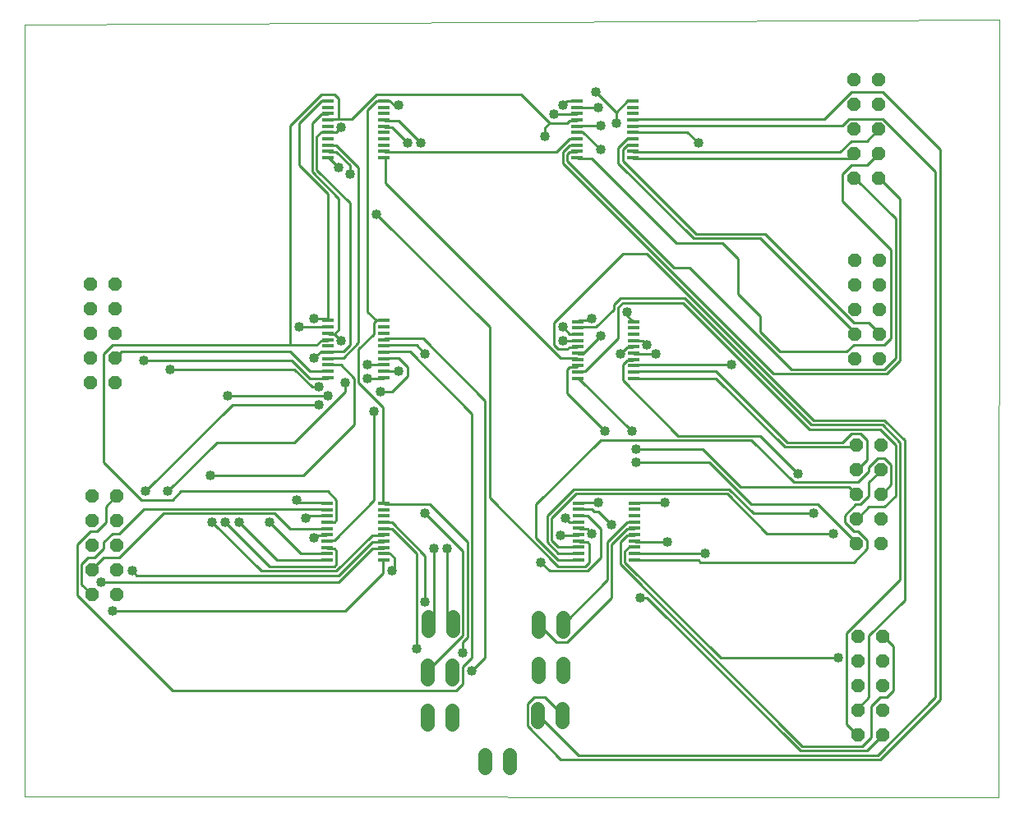
<source format=gtl>
G75*
%MOIN*%
%OFA0B0*%
%FSLAX25Y25*%
%IPPOS*%
%LPD*%
%AMOC8*
5,1,8,0,0,1.08239X$1,22.5*
%
%ADD10C,0.00000*%
%ADD11R,0.04724X0.01181*%
%ADD12OC8,0.05600*%
%ADD13C,0.05600*%
%ADD14C,0.01000*%
%ADD15C,0.04000*%
D10*
X0001197Y0001315D02*
X0001000Y0314701D01*
X0396591Y0316827D01*
X0396157Y0001000D01*
X0001197Y0001315D01*
D11*
X0123834Y0097398D03*
X0123834Y0099957D03*
X0123834Y0102516D03*
X0123834Y0105075D03*
X0123834Y0107634D03*
X0123834Y0110193D03*
X0123834Y0112752D03*
X0123834Y0115311D03*
X0123834Y0117870D03*
X0123834Y0120429D03*
X0146669Y0120429D03*
X0146669Y0117870D03*
X0146669Y0115311D03*
X0146669Y0112752D03*
X0146669Y0110193D03*
X0146669Y0107634D03*
X0146669Y0105075D03*
X0146669Y0102516D03*
X0146669Y0099957D03*
X0146669Y0097398D03*
X0225724Y0097516D03*
X0225724Y0100075D03*
X0225724Y0102634D03*
X0225724Y0105193D03*
X0225724Y0107752D03*
X0225724Y0110311D03*
X0225724Y0112870D03*
X0225724Y0115429D03*
X0225724Y0117988D03*
X0225724Y0120547D03*
X0248559Y0120547D03*
X0248559Y0117988D03*
X0248559Y0115429D03*
X0248559Y0112870D03*
X0248559Y0110311D03*
X0248559Y0107752D03*
X0248559Y0105193D03*
X0248559Y0102634D03*
X0248559Y0100075D03*
X0248559Y0097516D03*
X0248165Y0171178D03*
X0248165Y0173736D03*
X0248165Y0176295D03*
X0248165Y0178854D03*
X0248165Y0181413D03*
X0248165Y0183972D03*
X0248165Y0186531D03*
X0248165Y0189091D03*
X0248165Y0191649D03*
X0248165Y0194208D03*
X0225330Y0194208D03*
X0225330Y0191649D03*
X0225330Y0189091D03*
X0225330Y0186531D03*
X0225330Y0183972D03*
X0225330Y0181413D03*
X0225330Y0178854D03*
X0225330Y0176295D03*
X0225330Y0173736D03*
X0225330Y0171178D03*
X0146827Y0171571D03*
X0146827Y0174130D03*
X0146827Y0176689D03*
X0146827Y0179248D03*
X0146827Y0181807D03*
X0146827Y0184366D03*
X0146827Y0186925D03*
X0146827Y0189484D03*
X0146827Y0192043D03*
X0146827Y0194602D03*
X0123992Y0194602D03*
X0123992Y0192043D03*
X0123992Y0189484D03*
X0123992Y0186925D03*
X0123992Y0184366D03*
X0123992Y0181807D03*
X0123992Y0179248D03*
X0123992Y0176689D03*
X0123992Y0174130D03*
X0123992Y0171571D03*
X0123992Y0260744D03*
X0123992Y0263303D03*
X0123992Y0265862D03*
X0123992Y0268421D03*
X0123992Y0270980D03*
X0123992Y0273539D03*
X0123992Y0276098D03*
X0123992Y0278657D03*
X0123992Y0281216D03*
X0123992Y0283775D03*
X0146827Y0283775D03*
X0146827Y0281216D03*
X0146827Y0278657D03*
X0146827Y0276098D03*
X0146827Y0273539D03*
X0146827Y0270980D03*
X0146827Y0268421D03*
X0146827Y0265862D03*
X0146827Y0263303D03*
X0146827Y0260744D03*
X0225094Y0260784D03*
X0225094Y0263343D03*
X0225094Y0265902D03*
X0225094Y0268461D03*
X0225094Y0271020D03*
X0225094Y0273579D03*
X0225094Y0276138D03*
X0225094Y0278697D03*
X0225094Y0281256D03*
X0225094Y0283815D03*
X0247929Y0283815D03*
X0247929Y0281256D03*
X0247929Y0278697D03*
X0247929Y0276138D03*
X0247929Y0273579D03*
X0247929Y0271020D03*
X0247929Y0268461D03*
X0247929Y0265902D03*
X0247929Y0263343D03*
X0247929Y0260784D03*
D12*
X0337299Y0262417D03*
X0337299Y0252417D03*
X0347299Y0252417D03*
X0347299Y0262417D03*
X0347299Y0272417D03*
X0337299Y0272417D03*
X0337299Y0282417D03*
X0347299Y0282417D03*
X0347299Y0292417D03*
X0337299Y0292417D03*
X0337850Y0219268D03*
X0337850Y0209268D03*
X0337850Y0199268D03*
X0337850Y0189268D03*
X0337850Y0179268D03*
X0347850Y0179268D03*
X0347850Y0189268D03*
X0347850Y0199268D03*
X0347850Y0209268D03*
X0347850Y0219268D03*
X0348323Y0144110D03*
X0338323Y0144110D03*
X0338323Y0134110D03*
X0348323Y0134110D03*
X0348323Y0124110D03*
X0338323Y0124110D03*
X0338323Y0114110D03*
X0348323Y0114110D03*
X0348323Y0104110D03*
X0338323Y0104110D03*
X0339031Y0066394D03*
X0349031Y0066394D03*
X0349031Y0056394D03*
X0339031Y0056394D03*
X0339031Y0046394D03*
X0349031Y0046394D03*
X0349031Y0036394D03*
X0339031Y0036394D03*
X0339031Y0026394D03*
X0349031Y0026394D03*
X0038362Y0083362D03*
X0028362Y0083362D03*
X0028362Y0093362D03*
X0038362Y0093362D03*
X0038362Y0103362D03*
X0028362Y0103362D03*
X0028362Y0113362D03*
X0038362Y0113362D03*
X0038362Y0123362D03*
X0028362Y0123362D03*
X0027811Y0169465D03*
X0027811Y0179465D03*
X0027811Y0189465D03*
X0027811Y0199465D03*
X0027811Y0209465D03*
X0037811Y0209465D03*
X0037811Y0199465D03*
X0037811Y0189465D03*
X0037811Y0179465D03*
X0037811Y0169465D03*
D13*
X0164622Y0074312D02*
X0164622Y0068712D01*
X0174622Y0068712D02*
X0174622Y0074312D01*
X0174465Y0054706D02*
X0174465Y0049106D01*
X0164465Y0049106D02*
X0164465Y0054706D01*
X0164307Y0036320D02*
X0164307Y0030720D01*
X0174307Y0030720D02*
X0174307Y0036320D01*
X0187693Y0018564D02*
X0187693Y0012964D01*
X0197693Y0012964D02*
X0197693Y0018564D01*
X0209189Y0031665D02*
X0209189Y0037265D01*
X0219189Y0037265D02*
X0219189Y0031665D01*
X0219583Y0049972D02*
X0219583Y0055572D01*
X0209583Y0055572D02*
X0209583Y0049972D01*
X0209465Y0068594D02*
X0209465Y0074194D01*
X0219465Y0074194D02*
X0219465Y0068594D01*
D14*
X0219465Y0071394D02*
X0220291Y0072252D01*
X0237391Y0089352D01*
X0237391Y0104652D01*
X0245491Y0112752D01*
X0248191Y0112752D01*
X0248559Y0112870D01*
X0248559Y0110311D02*
X0248191Y0110052D01*
X0245491Y0110052D01*
X0239191Y0103752D01*
X0239191Y0082152D01*
X0221191Y0064152D01*
X0216691Y0064152D01*
X0209491Y0071352D01*
X0209465Y0071394D01*
X0187891Y0057852D02*
X0182491Y0052452D01*
X0178891Y0054252D02*
X0178891Y0047052D01*
X0176191Y0044352D01*
X0060991Y0044352D01*
X0022291Y0083052D01*
X0022291Y0103752D01*
X0027691Y0109152D01*
X0030391Y0109152D01*
X0033991Y0112752D01*
X0033991Y0119052D01*
X0037591Y0122652D01*
X0038362Y0123362D01*
X0048391Y0121752D02*
X0033091Y0137052D01*
X0033091Y0181152D01*
X0036691Y0184752D01*
X0108691Y0184752D01*
X0108691Y0273852D01*
X0121291Y0286452D01*
X0126691Y0286452D01*
X0128491Y0284652D01*
X0128491Y0276552D01*
X0124891Y0276552D01*
X0123992Y0276098D01*
X0123991Y0278352D02*
X0121291Y0278352D01*
X0117691Y0274752D01*
X0117691Y0254952D01*
X0128491Y0244152D01*
X0128491Y0191052D01*
X0126691Y0189252D01*
X0124891Y0189252D01*
X0123992Y0189484D01*
X0123991Y0191952D02*
X0123992Y0192043D01*
X0123991Y0191952D02*
X0112291Y0191952D01*
X0118591Y0195552D02*
X0123991Y0195552D01*
X0123991Y0194652D01*
X0123992Y0194602D01*
X0123991Y0195552D02*
X0123991Y0245952D01*
X0112291Y0257652D01*
X0112291Y0274752D01*
X0121291Y0283752D01*
X0123991Y0283752D01*
X0123992Y0283775D01*
X0123992Y0278657D02*
X0123991Y0278352D01*
X0128491Y0276552D02*
X0133891Y0276552D01*
X0143791Y0286452D01*
X0202291Y0286452D01*
X0213991Y0274752D01*
X0212191Y0272952D01*
X0212191Y0269352D01*
X0213991Y0274752D02*
X0221191Y0274752D01*
X0222091Y0275652D01*
X0224791Y0275652D01*
X0225094Y0276138D01*
X0224791Y0278352D02*
X0225094Y0278697D01*
X0224791Y0278352D02*
X0215791Y0278352D01*
X0219391Y0281952D02*
X0221191Y0283752D01*
X0224791Y0283752D01*
X0225094Y0283815D01*
X0225094Y0281256D02*
X0225691Y0281052D01*
X0233791Y0281052D01*
X0232891Y0287352D02*
X0240991Y0279252D01*
X0240991Y0274752D01*
X0240991Y0279252D02*
X0245491Y0283752D01*
X0247291Y0283752D01*
X0247929Y0283815D01*
X0248191Y0276552D02*
X0247929Y0276138D01*
X0248191Y0276552D02*
X0325591Y0276552D01*
X0336391Y0287352D01*
X0348991Y0287352D01*
X0372391Y0263952D01*
X0372391Y0040752D01*
X0348091Y0016452D01*
X0218491Y0016452D01*
X0204991Y0029952D01*
X0204991Y0038952D01*
X0207691Y0041652D01*
X0212191Y0041652D01*
X0218491Y0035352D01*
X0219189Y0034465D01*
X0209491Y0034452D02*
X0209189Y0034465D01*
X0209491Y0034452D02*
X0225691Y0018252D01*
X0347191Y0018252D01*
X0370591Y0041652D01*
X0370591Y0254952D01*
X0348991Y0276552D01*
X0335491Y0276552D01*
X0332791Y0273852D01*
X0248191Y0273852D01*
X0247929Y0273579D01*
X0248191Y0271152D02*
X0247929Y0271020D01*
X0248191Y0271152D02*
X0269791Y0271152D01*
X0274291Y0266652D01*
X0248191Y0263052D02*
X0247929Y0263343D01*
X0248191Y0263052D02*
X0331891Y0263052D01*
X0336391Y0267552D01*
X0342691Y0267552D01*
X0347191Y0272052D01*
X0347299Y0272417D01*
X0347299Y0262417D02*
X0347191Y0262152D01*
X0342691Y0257652D01*
X0336391Y0257652D01*
X0332791Y0254052D01*
X0332791Y0243252D01*
X0352591Y0223452D01*
X0352591Y0187452D01*
X0349891Y0184752D01*
X0337291Y0184752D01*
X0334591Y0182052D01*
X0307591Y0182052D01*
X0299491Y0190152D01*
X0299491Y0196452D01*
X0290491Y0205452D01*
X0290491Y0219852D01*
X0284191Y0226152D01*
X0265291Y0226152D01*
X0231091Y0260352D01*
X0225691Y0260352D01*
X0225094Y0260784D01*
X0224791Y0263052D02*
X0225094Y0263343D01*
X0224791Y0263052D02*
X0222091Y0263052D01*
X0221191Y0262152D01*
X0221191Y0259452D01*
X0264391Y0216252D01*
X0270691Y0216252D01*
X0312091Y0174852D01*
X0349891Y0174852D01*
X0354391Y0179352D01*
X0354391Y0236052D01*
X0338191Y0252252D01*
X0337299Y0252417D01*
X0335491Y0260352D02*
X0337291Y0262152D01*
X0337299Y0262417D01*
X0335491Y0260352D02*
X0248191Y0260352D01*
X0247929Y0260784D01*
X0243691Y0259452D02*
X0273391Y0229752D01*
X0301291Y0229752D01*
X0337291Y0193752D01*
X0343591Y0193752D01*
X0347191Y0190152D01*
X0347850Y0189268D01*
X0337850Y0189268D02*
X0337291Y0190152D01*
X0299491Y0227952D01*
X0272491Y0227952D01*
X0241891Y0258552D01*
X0241891Y0264852D01*
X0245491Y0268452D01*
X0247291Y0268452D01*
X0247929Y0268461D01*
X0247929Y0265902D02*
X0247291Y0265752D01*
X0245491Y0265752D01*
X0243691Y0263952D01*
X0243691Y0259452D01*
X0234691Y0263952D02*
X0227491Y0271152D01*
X0225691Y0271152D01*
X0225094Y0271020D01*
X0225094Y0273579D02*
X0225691Y0273852D01*
X0234691Y0273852D01*
X0225094Y0268461D02*
X0224791Y0268452D01*
X0222091Y0268452D01*
X0216691Y0263052D01*
X0147391Y0263052D01*
X0146827Y0263303D01*
X0146827Y0260744D02*
X0147391Y0260352D01*
X0147391Y0250452D01*
X0218491Y0179352D01*
X0224791Y0179352D01*
X0225330Y0178854D01*
X0225691Y0181152D02*
X0225330Y0181413D01*
X0225691Y0181152D02*
X0227491Y0181152D01*
X0234691Y0188352D01*
X0232891Y0191952D02*
X0240091Y0199152D01*
X0240091Y0200952D01*
X0242791Y0203652D01*
X0268891Y0203652D01*
X0320191Y0152352D01*
X0348991Y0152352D01*
X0356191Y0145152D01*
X0356191Y0089352D01*
X0334591Y0067752D01*
X0334591Y0030852D01*
X0338191Y0027252D01*
X0339031Y0026394D01*
X0340891Y0021852D02*
X0344491Y0025452D01*
X0344491Y0038052D01*
X0348091Y0041652D01*
X0350791Y0041652D01*
X0353491Y0044352D01*
X0353491Y0062352D01*
X0349891Y0065952D01*
X0349031Y0066394D01*
X0343591Y0066852D02*
X0343591Y0041652D01*
X0339091Y0037152D01*
X0339031Y0036394D01*
X0349031Y0026394D02*
X0348991Y0026352D01*
X0342691Y0020052D01*
X0315691Y0020052D01*
X0253591Y0082152D01*
X0250891Y0082152D01*
X0249091Y0097452D02*
X0248559Y0097516D01*
X0249091Y0097452D02*
X0274291Y0097452D01*
X0275191Y0096552D01*
X0337291Y0096552D01*
X0342691Y0101952D01*
X0342691Y0105552D01*
X0339091Y0109152D01*
X0337291Y0109152D01*
X0333691Y0112752D01*
X0333691Y0115452D01*
X0338191Y0119952D01*
X0339991Y0119952D01*
X0343591Y0123552D01*
X0343591Y0128952D01*
X0348091Y0133452D01*
X0348323Y0134110D01*
X0352591Y0136152D02*
X0349891Y0138852D01*
X0347191Y0138852D01*
X0343591Y0135252D01*
X0343591Y0133452D01*
X0339091Y0128952D01*
X0312991Y0128952D01*
X0295891Y0146052D01*
X0234691Y0146052D01*
X0208591Y0119952D01*
X0208591Y0106452D01*
X0217591Y0097452D01*
X0225691Y0097452D01*
X0225724Y0097516D01*
X0225724Y0100075D02*
X0225691Y0100152D01*
X0217591Y0100152D01*
X0213091Y0104652D01*
X0213091Y0115452D01*
X0223891Y0126252D01*
X0286891Y0126252D01*
X0296791Y0116352D01*
X0321091Y0116352D01*
X0322891Y0119952D02*
X0338191Y0104652D01*
X0338323Y0104110D01*
X0338323Y0114110D02*
X0339091Y0114552D01*
X0343591Y0119052D01*
X0349891Y0119052D01*
X0354391Y0123552D01*
X0354391Y0144252D01*
X0348091Y0150552D01*
X0319291Y0150552D01*
X0267991Y0201852D01*
X0243691Y0201852D01*
X0241891Y0200052D01*
X0241891Y0187452D01*
X0228391Y0173952D01*
X0225691Y0173952D01*
X0225330Y0173736D01*
X0224791Y0175752D02*
X0222091Y0175752D01*
X0221191Y0174852D01*
X0221191Y0164952D01*
X0236491Y0149652D01*
X0247291Y0149652D02*
X0225691Y0171252D01*
X0225330Y0171178D01*
X0224791Y0175752D02*
X0225330Y0176295D01*
X0224791Y0183852D02*
X0222091Y0183852D01*
X0221191Y0182952D01*
X0217591Y0182952D01*
X0215791Y0184752D01*
X0215791Y0193752D01*
X0243691Y0221652D01*
X0253591Y0221652D01*
X0321091Y0154152D01*
X0349891Y0154152D01*
X0357991Y0146052D01*
X0357991Y0081252D01*
X0343591Y0066852D01*
X0330991Y0057852D02*
X0283291Y0057852D01*
X0244591Y0096552D01*
X0244591Y0101052D01*
X0246391Y0102852D01*
X0248191Y0102852D01*
X0248559Y0102634D01*
X0249091Y0104652D02*
X0248559Y0105193D01*
X0249091Y0104652D02*
X0261691Y0104652D01*
X0249091Y0100152D02*
X0248559Y0100075D01*
X0249091Y0100152D02*
X0276991Y0100152D01*
X0295891Y0119952D02*
X0322891Y0119952D01*
X0329191Y0108252D02*
X0302191Y0108252D01*
X0285991Y0124452D01*
X0224791Y0124452D01*
X0214891Y0114552D01*
X0214891Y0105552D01*
X0217591Y0102852D01*
X0225691Y0102852D01*
X0225724Y0102634D01*
X0226591Y0104652D02*
X0225724Y0105193D01*
X0226591Y0104652D02*
X0229291Y0104652D01*
X0230191Y0103752D01*
X0230191Y0096552D01*
X0228391Y0094752D01*
X0217591Y0094752D01*
X0189691Y0122652D01*
X0189691Y0191952D01*
X0143791Y0237852D01*
X0132991Y0242352D02*
X0132991Y0184752D01*
X0130291Y0182052D01*
X0124891Y0182052D01*
X0123992Y0181807D01*
X0123991Y0182052D01*
X0121291Y0182052D01*
X0118591Y0179352D01*
X0123992Y0179248D02*
X0124891Y0179352D01*
X0130291Y0179352D01*
X0136591Y0185652D01*
X0136591Y0256752D01*
X0127591Y0265752D01*
X0124891Y0265752D01*
X0123992Y0265862D01*
X0123992Y0263303D02*
X0124891Y0263052D01*
X0127591Y0263052D01*
X0132991Y0257652D01*
X0132991Y0254052D01*
X0128491Y0256752D02*
X0124891Y0260352D01*
X0123992Y0260744D01*
X0119491Y0255852D02*
X0132991Y0242352D01*
X0119491Y0255852D02*
X0119491Y0269352D01*
X0121291Y0271152D01*
X0123991Y0271152D01*
X0123992Y0270980D01*
X0124891Y0271152D01*
X0127591Y0271152D01*
X0129391Y0272952D01*
X0140191Y0280152D02*
X0140191Y0198252D01*
X0143791Y0194652D01*
X0146491Y0194652D01*
X0146827Y0194602D01*
X0143791Y0194652D02*
X0142891Y0193752D01*
X0142891Y0189252D01*
X0136591Y0182952D01*
X0136591Y0169452D01*
X0146491Y0159552D01*
X0146491Y0120852D01*
X0146669Y0120429D01*
X0147391Y0119952D01*
X0165391Y0119952D01*
X0180691Y0104652D01*
X0180691Y0065952D01*
X0178891Y0064152D01*
X0178891Y0059652D01*
X0182491Y0057852D02*
X0178891Y0054252D01*
X0182491Y0057852D02*
X0182491Y0156852D01*
X0157291Y0182052D01*
X0147391Y0182052D01*
X0146827Y0181807D01*
X0147391Y0179352D02*
X0146827Y0179248D01*
X0147391Y0179352D02*
X0152791Y0179352D01*
X0156391Y0175752D01*
X0156391Y0172152D01*
X0150091Y0165852D01*
X0145591Y0165852D01*
X0146491Y0171252D02*
X0140191Y0171252D01*
X0146491Y0171252D02*
X0146827Y0171571D01*
X0147391Y0173952D02*
X0146827Y0174130D01*
X0147391Y0173952D02*
X0152791Y0173952D01*
X0146827Y0176689D02*
X0146491Y0176652D01*
X0140191Y0176652D01*
X0134791Y0171252D02*
X0134791Y0152352D01*
X0114091Y0131652D01*
X0076291Y0131652D01*
X0064591Y0125352D02*
X0060991Y0121752D01*
X0048391Y0121752D01*
X0049291Y0118152D02*
X0039391Y0108252D01*
X0036691Y0108252D01*
X0033091Y0104652D01*
X0033091Y0101952D01*
X0029491Y0098352D01*
X0026791Y0098352D01*
X0024091Y0095652D01*
X0024091Y0087552D01*
X0027691Y0083952D01*
X0028362Y0083362D01*
X0032191Y0088452D02*
X0128491Y0088452D01*
X0141991Y0101952D01*
X0146491Y0101952D01*
X0146669Y0102516D01*
X0146491Y0104652D02*
X0146669Y0105075D01*
X0146491Y0104652D02*
X0141991Y0104652D01*
X0128491Y0091152D01*
X0046591Y0091152D01*
X0044791Y0092952D01*
X0039391Y0098352D02*
X0033091Y0098352D01*
X0028591Y0093852D01*
X0028362Y0093362D01*
X0039391Y0098352D02*
X0057391Y0116352D01*
X0102391Y0116352D01*
X0108691Y0110052D01*
X0123091Y0110052D01*
X0123834Y0110193D01*
X0123834Y0112752D02*
X0126691Y0112752D01*
X0127591Y0113652D01*
X0127591Y0121752D01*
X0123991Y0125352D01*
X0064591Y0125352D01*
X0059191Y0125352D02*
X0078991Y0145152D01*
X0110491Y0145152D01*
X0131191Y0165852D01*
X0131191Y0169452D01*
X0134791Y0171252D02*
X0129391Y0176652D01*
X0124891Y0176652D01*
X0123992Y0176689D01*
X0123992Y0174130D02*
X0123991Y0173952D01*
X0116791Y0173952D01*
X0108691Y0182052D01*
X0040291Y0182052D01*
X0038491Y0180252D01*
X0037811Y0179465D01*
X0049291Y0178452D02*
X0109591Y0178452D01*
X0116791Y0171252D01*
X0123991Y0171252D01*
X0123992Y0171571D01*
X0120391Y0167652D02*
X0117691Y0167652D01*
X0110491Y0174852D01*
X0060091Y0174852D01*
X0083491Y0164052D02*
X0123991Y0164052D01*
X0120391Y0160452D02*
X0085291Y0160452D01*
X0050191Y0125352D01*
X0049291Y0118152D02*
X0123091Y0118152D01*
X0123834Y0117870D01*
X0123091Y0115452D02*
X0123834Y0115311D01*
X0123091Y0115452D02*
X0115891Y0115452D01*
X0114991Y0114552D01*
X0112291Y0120852D02*
X0111391Y0121752D01*
X0112291Y0120852D02*
X0123091Y0120852D01*
X0123834Y0120429D01*
X0123834Y0107634D02*
X0123091Y0107352D01*
X0119491Y0107352D01*
X0118591Y0106452D01*
X0123834Y0105075D02*
X0123991Y0105552D01*
X0126691Y0105552D01*
X0142891Y0121752D01*
X0142891Y0157752D01*
X0163591Y0181152D02*
X0159991Y0184752D01*
X0147391Y0184752D01*
X0146827Y0184366D01*
X0146827Y0186925D02*
X0147391Y0187452D01*
X0162691Y0187452D01*
X0187891Y0162252D01*
X0187891Y0057852D01*
X0178891Y0066852D02*
X0164491Y0052452D01*
X0164465Y0051906D01*
X0159991Y0061452D02*
X0159991Y0100152D01*
X0150091Y0110052D01*
X0147391Y0110052D01*
X0146669Y0110193D01*
X0146669Y0112752D02*
X0150091Y0112752D01*
X0163591Y0099252D01*
X0163591Y0080352D01*
X0167191Y0074052D02*
X0165391Y0072252D01*
X0164622Y0071512D01*
X0167191Y0074052D02*
X0167191Y0101952D01*
X0172591Y0101952D02*
X0172591Y0074052D01*
X0174391Y0072252D01*
X0174622Y0071512D01*
X0178891Y0066852D02*
X0178891Y0101052D01*
X0163591Y0116352D01*
X0146669Y0107634D02*
X0146491Y0107352D01*
X0141991Y0107352D01*
X0127591Y0092952D01*
X0096991Y0092952D01*
X0077191Y0112752D01*
X0082591Y0112752D02*
X0100591Y0094752D01*
X0126691Y0094752D01*
X0127591Y0095652D01*
X0127591Y0101052D01*
X0126691Y0101952D01*
X0123991Y0101952D01*
X0123834Y0102516D01*
X0123091Y0100152D02*
X0123834Y0099957D01*
X0123091Y0100152D02*
X0113191Y0100152D01*
X0100591Y0112752D01*
X0087991Y0112752D02*
X0103291Y0097452D01*
X0123091Y0097452D01*
X0123834Y0097398D01*
X0131191Y0076752D02*
X0146491Y0092052D01*
X0146491Y0097452D01*
X0146669Y0097398D01*
X0146669Y0099957D02*
X0147391Y0100152D01*
X0149191Y0100152D01*
X0150991Y0098352D01*
X0150991Y0093852D01*
X0150091Y0092952D01*
X0131191Y0076752D02*
X0036691Y0076752D01*
X0108691Y0184752D02*
X0119491Y0184752D01*
X0121291Y0186552D01*
X0123991Y0186552D01*
X0123992Y0186925D01*
X0126691Y0189252D02*
X0129391Y0186552D01*
X0219391Y0186552D02*
X0224791Y0186552D01*
X0225330Y0186531D01*
X0225330Y0183972D02*
X0224791Y0183852D01*
X0225330Y0189091D02*
X0224791Y0189252D01*
X0222091Y0189252D01*
X0219391Y0191952D01*
X0225330Y0191649D02*
X0225691Y0191952D01*
X0232891Y0191952D01*
X0230191Y0194652D02*
X0231091Y0195552D01*
X0230191Y0194652D02*
X0225691Y0194652D01*
X0225330Y0194208D01*
X0245491Y0196452D02*
X0247291Y0194652D01*
X0248165Y0194208D01*
X0245491Y0196452D02*
X0245491Y0198252D01*
X0248191Y0186552D02*
X0248165Y0186531D01*
X0248191Y0186552D02*
X0251791Y0186552D01*
X0253591Y0184752D01*
X0248165Y0183972D02*
X0247291Y0183852D01*
X0245491Y0183852D01*
X0242791Y0181152D01*
X0245491Y0178452D02*
X0243691Y0176652D01*
X0243691Y0170352D01*
X0266191Y0147852D01*
X0299491Y0147852D01*
X0314791Y0132552D01*
X0309391Y0143352D02*
X0338191Y0143352D01*
X0338323Y0144110D01*
X0342691Y0146052D02*
X0339991Y0148752D01*
X0336391Y0148752D01*
X0332791Y0145152D01*
X0310291Y0145152D01*
X0281491Y0173952D01*
X0248191Y0173952D01*
X0248165Y0173736D01*
X0248191Y0171252D02*
X0248165Y0171178D01*
X0248191Y0171252D02*
X0281491Y0171252D01*
X0309391Y0143352D01*
X0291391Y0127152D02*
X0335491Y0127152D01*
X0338191Y0124452D01*
X0338323Y0124110D01*
X0348323Y0124110D02*
X0348991Y0124452D01*
X0352591Y0128052D01*
X0352591Y0136152D01*
X0342691Y0137952D02*
X0339091Y0134352D01*
X0338323Y0134110D01*
X0342691Y0137952D02*
X0342691Y0146052D01*
X0350791Y0173052D02*
X0356191Y0178452D01*
X0356191Y0244152D01*
X0348091Y0252252D01*
X0347299Y0252417D01*
X0257191Y0181152D02*
X0248191Y0181152D01*
X0248165Y0181413D01*
X0248165Y0178854D02*
X0247291Y0178452D01*
X0245491Y0178452D01*
X0248191Y0176652D02*
X0248165Y0176295D01*
X0248191Y0176652D02*
X0287791Y0176652D01*
X0304891Y0173052D02*
X0350791Y0173052D01*
X0304891Y0173052D02*
X0219391Y0258552D01*
X0219391Y0263052D01*
X0222091Y0265752D01*
X0224791Y0265752D01*
X0225094Y0265902D01*
X0161791Y0266652D02*
X0152791Y0275652D01*
X0147391Y0275652D01*
X0146827Y0276098D01*
X0146827Y0273539D02*
X0147391Y0272952D01*
X0150091Y0272952D01*
X0156391Y0266652D01*
X0152791Y0281952D02*
X0150991Y0281952D01*
X0149191Y0283752D01*
X0147391Y0283752D01*
X0146827Y0283775D01*
X0146491Y0283752D01*
X0143791Y0283752D01*
X0140191Y0280152D01*
X0249091Y0142452D02*
X0276091Y0142452D01*
X0291391Y0127152D01*
X0295891Y0119952D02*
X0278791Y0137052D01*
X0249091Y0137052D01*
X0249091Y0120852D02*
X0248559Y0120547D01*
X0249091Y0120852D02*
X0260791Y0120852D01*
X0248559Y0107752D02*
X0248191Y0107352D01*
X0245491Y0107352D01*
X0242791Y0104652D01*
X0242791Y0095652D01*
X0316591Y0021852D01*
X0340891Y0021852D01*
X0234691Y0098352D02*
X0229291Y0092952D01*
X0213991Y0092952D01*
X0210391Y0096552D01*
X0218491Y0107352D02*
X0225691Y0107352D01*
X0225724Y0107752D01*
X0226591Y0110052D02*
X0225724Y0110311D01*
X0226591Y0110052D02*
X0229291Y0110052D01*
X0231091Y0108252D01*
X0234691Y0110052D02*
X0234691Y0098352D01*
X0234691Y0110052D02*
X0229291Y0115452D01*
X0226591Y0115452D01*
X0225724Y0115429D01*
X0225724Y0117988D02*
X0226591Y0118152D01*
X0231091Y0118152D01*
X0231991Y0117252D01*
X0233791Y0117252D01*
X0239191Y0111852D01*
X0233791Y0120852D02*
X0226591Y0120852D01*
X0225724Y0120547D01*
X0220291Y0114552D02*
X0222091Y0112752D01*
X0225691Y0112752D01*
X0225724Y0112870D01*
D15*
X0220291Y0114552D03*
X0218491Y0107352D03*
X0210391Y0096552D03*
X0231091Y0108252D03*
X0239191Y0111852D03*
X0233791Y0120852D03*
X0249091Y0137052D03*
X0249091Y0142452D03*
X0247291Y0149652D03*
X0236491Y0149652D03*
X0242791Y0181152D03*
X0253591Y0184752D03*
X0257191Y0181152D03*
X0234691Y0188352D03*
X0231091Y0195552D03*
X0219391Y0191952D03*
X0219391Y0186552D03*
X0245491Y0198252D03*
X0287791Y0176652D03*
X0314791Y0132552D03*
X0321091Y0116352D03*
X0329191Y0108252D03*
X0276991Y0100152D03*
X0261691Y0104652D03*
X0260791Y0120852D03*
X0250891Y0082152D03*
X0182491Y0052452D03*
X0178891Y0059652D03*
X0159991Y0061452D03*
X0163591Y0080352D03*
X0150091Y0092952D03*
X0167191Y0101952D03*
X0172591Y0101952D03*
X0163591Y0116352D03*
X0118591Y0106452D03*
X0114991Y0114552D03*
X0111391Y0121752D03*
X0100591Y0112752D03*
X0087991Y0112752D03*
X0082591Y0112752D03*
X0077191Y0112752D03*
X0059191Y0125352D03*
X0050191Y0125352D03*
X0076291Y0131652D03*
X0083491Y0164052D03*
X0060091Y0174852D03*
X0049291Y0178452D03*
X0112291Y0191952D03*
X0118591Y0195552D03*
X0129391Y0186552D03*
X0118591Y0179352D03*
X0131191Y0169452D03*
X0123991Y0164052D03*
X0120391Y0167652D03*
X0120391Y0160452D03*
X0140191Y0171252D03*
X0145591Y0165852D03*
X0152791Y0173952D03*
X0140191Y0176652D03*
X0142891Y0157752D03*
X0163591Y0181152D03*
X0143791Y0237852D03*
X0132991Y0254052D03*
X0128491Y0256752D03*
X0129391Y0272952D03*
X0152791Y0281952D03*
X0156391Y0266652D03*
X0161791Y0266652D03*
X0212191Y0269352D03*
X0215791Y0278352D03*
X0219391Y0281952D03*
X0233791Y0281052D03*
X0232891Y0287352D03*
X0234691Y0273852D03*
X0240991Y0274752D03*
X0234691Y0263952D03*
X0274291Y0266652D03*
X0044791Y0092952D03*
X0032191Y0088452D03*
X0036691Y0076752D03*
X0330991Y0057852D03*
M02*

</source>
